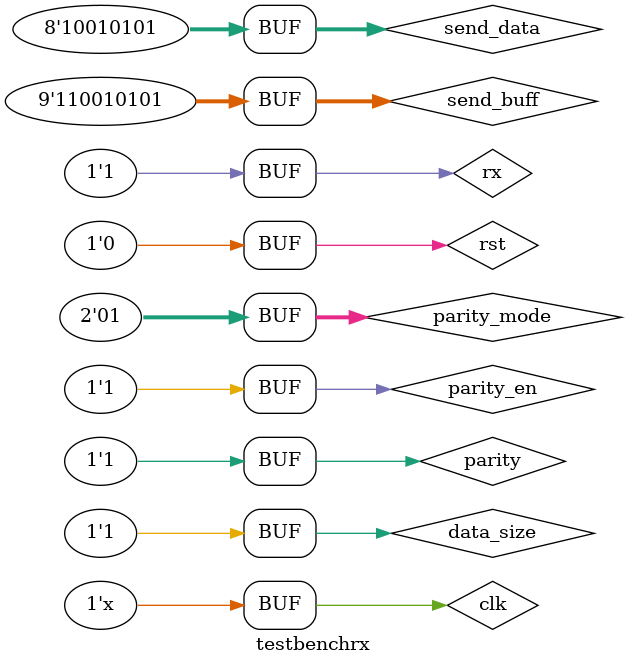
<source format=v>
/* ------------------------------------------------ *
 * Title       : UART Rx Simulation                 *
 * Project     : Simple UART                        *
 * ------------------------------------------------ *
 * File        : sim_rx.v                           *
 * Author      : Yigit Suoglu                       *
 * Last Edit   : 23/05/2021                         *
 * ------------------------------------------------ *
 * Description : Simulation for Receiver module     *
 * ------------------------------------------------ */

`timescale 1ns / 1ps
// `include "Sources/uart.v"

module testbenchrx();
  reg clk, rst, data_size, parity_en;
  wire ready, uartClock, valid, new_data,uartEn;
  reg rx;
  reg [1:0] parity_mode;
  wire [7:0] data;
  reg [8:0] send_buff;
  reg [7:0] send_data;
  reg parity;


  always #5 clk <= ~clk;

   //0: 76,8kHz (13us); 1: 460,8kHz (2,17us)
  //parity_mode: 11: odd; 10: even, 01: mark(1), 00: space(0)
  uart_rx uut(clk, rst, rx, uartClock, uartEn, data_size, parity_en, parity_mode, data, valid, ready, new_data);

  baudRGen clkGenUART(clk,rst,1'b1, 3'd0,uartEn,uartClock);

/*      initial //Tracked signals & Total sim time
       begin
         $dumpfile("Simulation/rx.vcd");
         $dumpvars(0, clk);
         $dumpvars(1, rst);
         $dumpvars(2, ready);
         $dumpvars(3, new_data);
         $dumpvars(4, data_size);
         $dumpvars(5, parity_en);
         $dumpvars(6, parity_mode);
         $dumpvars(7, valid);
         $dumpvars(8, data);
         $dumpvars(9, rx);
         $dumpvars(10, uartClock);
         $dumpvars(11, send_data);
         $dumpvars(12, parity);
         #26000
         $finish;
       end */

    initial //initilizations and reset
        begin
            clk <= 0;
            rst <= 0;
            #3
            rst <= 1;
            #10
            rst <= 0;
        end
    initial //test cases
        begin
            rx = 1;
            data_size = 1;
            parity_en = 1;
            parity_mode  = 2'd1;
            send_data = 8'h95;
            parity = 1;
            send_buff = {parity, send_data};
            #100
            rx = 0; //start
            #2160
            rx = send_buff[0]; //data 0
            #2160
            rx = send_buff[1]; //data 1
            #2160
            rx = send_buff[2]; //data 2
            #2160
            rx = send_buff[3]; //data 3
            #2160
            rx = send_buff[4]; //data 4
            #2160
            rx = send_buff[5]; //data 5
            #2160
            rx = send_buff[6]; //data 6
            if(data_size)
              begin
                #2160
                rx = send_buff[7]; //data 7
              end
            if(parity_en)
              begin
                #2160
                rx = send_buff[8]; //parity
              end
            #2160
            rx = 1;
        end
endmodule
</source>
